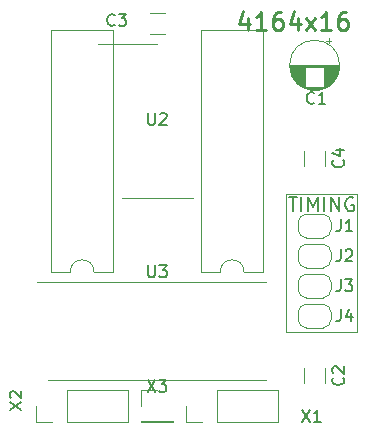
<source format=gbr>
G04 #@! TF.GenerationSoftware,KiCad,Pcbnew,(5.1.5)-3*
G04 #@! TF.CreationDate,2021-02-15T21:04:51-05:00*
G04 #@! TF.ProjectId,c128-sram,63313238-2d73-4726-916d-2e6b69636164,rev?*
G04 #@! TF.SameCoordinates,Original*
G04 #@! TF.FileFunction,Legend,Top*
G04 #@! TF.FilePolarity,Positive*
%FSLAX46Y46*%
G04 Gerber Fmt 4.6, Leading zero omitted, Abs format (unit mm)*
G04 Created by KiCad (PCBNEW (5.1.5)-3) date 2021-02-15 21:04:51*
%MOMM*%
%LPD*%
G04 APERTURE LIST*
%ADD10C,0.120000*%
%ADD11C,0.160000*%
%ADD12C,0.250000*%
%ADD13C,0.100000*%
%ADD14C,0.150000*%
G04 APERTURE END LIST*
D10*
X90551000Y-108077000D02*
X90551000Y-96393000D01*
X84582000Y-108077000D02*
X90551000Y-108077000D01*
X84582000Y-96393000D02*
X84582000Y-108077000D01*
X90551000Y-96393000D02*
X84582000Y-96393000D01*
D11*
X84801428Y-96624857D02*
X85487142Y-96624857D01*
X85144285Y-97824857D02*
X85144285Y-96624857D01*
X85887142Y-97824857D02*
X85887142Y-96624857D01*
X86458571Y-97824857D02*
X86458571Y-96624857D01*
X86858571Y-97482000D01*
X87258571Y-96624857D01*
X87258571Y-97824857D01*
X87830000Y-97824857D02*
X87830000Y-96624857D01*
X88401428Y-97824857D02*
X88401428Y-96624857D01*
X89087142Y-97824857D01*
X89087142Y-96624857D01*
X90287142Y-96682000D02*
X90172857Y-96624857D01*
X90001428Y-96624857D01*
X89830000Y-96682000D01*
X89715714Y-96796285D01*
X89658571Y-96910571D01*
X89601428Y-97139142D01*
X89601428Y-97310571D01*
X89658571Y-97539142D01*
X89715714Y-97653428D01*
X89830000Y-97767714D01*
X90001428Y-97824857D01*
X90115714Y-97824857D01*
X90287142Y-97767714D01*
X90344285Y-97710571D01*
X90344285Y-97310571D01*
X90115714Y-97310571D01*
D12*
X81324142Y-81466571D02*
X81324142Y-82466571D01*
X80967000Y-80895142D02*
X80609857Y-81966571D01*
X81538428Y-81966571D01*
X82895571Y-82466571D02*
X82038428Y-82466571D01*
X82467000Y-82466571D02*
X82467000Y-80966571D01*
X82324142Y-81180857D01*
X82181285Y-81323714D01*
X82038428Y-81395142D01*
X84181285Y-80966571D02*
X83895571Y-80966571D01*
X83752714Y-81038000D01*
X83681285Y-81109428D01*
X83538428Y-81323714D01*
X83467000Y-81609428D01*
X83467000Y-82180857D01*
X83538428Y-82323714D01*
X83609857Y-82395142D01*
X83752714Y-82466571D01*
X84038428Y-82466571D01*
X84181285Y-82395142D01*
X84252714Y-82323714D01*
X84324142Y-82180857D01*
X84324142Y-81823714D01*
X84252714Y-81680857D01*
X84181285Y-81609428D01*
X84038428Y-81538000D01*
X83752714Y-81538000D01*
X83609857Y-81609428D01*
X83538428Y-81680857D01*
X83467000Y-81823714D01*
X85609857Y-81466571D02*
X85609857Y-82466571D01*
X85252714Y-80895142D02*
X84895571Y-81966571D01*
X85824142Y-81966571D01*
X86252714Y-82466571D02*
X87038428Y-81466571D01*
X86252714Y-81466571D02*
X87038428Y-82466571D01*
X88395571Y-82466571D02*
X87538428Y-82466571D01*
X87967000Y-82466571D02*
X87967000Y-80966571D01*
X87824142Y-81180857D01*
X87681285Y-81323714D01*
X87538428Y-81395142D01*
X89681285Y-80966571D02*
X89395571Y-80966571D01*
X89252714Y-81038000D01*
X89181285Y-81109428D01*
X89038428Y-81323714D01*
X88967000Y-81609428D01*
X88967000Y-82180857D01*
X89038428Y-82323714D01*
X89109857Y-82395142D01*
X89252714Y-82466571D01*
X89538428Y-82466571D01*
X89681285Y-82395142D01*
X89752714Y-82323714D01*
X89824142Y-82180857D01*
X89824142Y-81823714D01*
X89752714Y-81680857D01*
X89681285Y-81609428D01*
X89538428Y-81538000D01*
X89252714Y-81538000D01*
X89109857Y-81609428D01*
X89038428Y-81680857D01*
X88967000Y-81823714D01*
D10*
X77359880Y-102931160D02*
X79009880Y-102931160D01*
X77359880Y-82491160D02*
X77359880Y-102931160D01*
X82659880Y-82491160D02*
X77359880Y-82491160D01*
X82659880Y-102931160D02*
X82659880Y-82491160D01*
X81009880Y-102931160D02*
X82659880Y-102931160D01*
X79009880Y-102931160D02*
G75*
G02X81009880Y-102931160I1000000J0D01*
G01*
X87915000Y-111111000D02*
X87915000Y-112369000D01*
X86075000Y-111111000D02*
X86075000Y-112369000D01*
X74309000Y-82835000D02*
X73051000Y-82835000D01*
X74309000Y-80995000D02*
X73051000Y-80995000D01*
X86075000Y-92696000D02*
X86075000Y-93954000D01*
X87915000Y-92696000D02*
X87915000Y-93954000D01*
X87695000Y-98060000D02*
G75*
G02X88395000Y-98760000I0J-700000D01*
G01*
X88395000Y-99360000D02*
G75*
G02X87695000Y-100060000I-700000J0D01*
G01*
X86295000Y-100060000D02*
G75*
G02X85595000Y-99360000I0J700000D01*
G01*
X85595000Y-98760000D02*
G75*
G02X86295000Y-98060000I700000J0D01*
G01*
X85595000Y-99360000D02*
X85595000Y-98760000D01*
X87695000Y-100060000D02*
X86295000Y-100060000D01*
X88395000Y-98760000D02*
X88395000Y-99360000D01*
X86295000Y-98060000D02*
X87695000Y-98060000D01*
X86295000Y-100600000D02*
X87695000Y-100600000D01*
X88395000Y-101300000D02*
X88395000Y-101900000D01*
X87695000Y-102600000D02*
X86295000Y-102600000D01*
X85595000Y-101900000D02*
X85595000Y-101300000D01*
X85595000Y-101300000D02*
G75*
G02X86295000Y-100600000I700000J0D01*
G01*
X86295000Y-102600000D02*
G75*
G02X85595000Y-101900000I0J700000D01*
G01*
X88395000Y-101900000D02*
G75*
G02X87695000Y-102600000I-700000J0D01*
G01*
X87695000Y-100600000D02*
G75*
G02X88395000Y-101300000I0J-700000D01*
G01*
X87695000Y-103140000D02*
G75*
G02X88395000Y-103840000I0J-700000D01*
G01*
X88395000Y-104440000D02*
G75*
G02X87695000Y-105140000I-700000J0D01*
G01*
X86295000Y-105140000D02*
G75*
G02X85595000Y-104440000I0J700000D01*
G01*
X85595000Y-103840000D02*
G75*
G02X86295000Y-103140000I700000J0D01*
G01*
X85595000Y-104440000D02*
X85595000Y-103840000D01*
X87695000Y-105140000D02*
X86295000Y-105140000D01*
X88395000Y-103840000D02*
X88395000Y-104440000D01*
X86295000Y-103140000D02*
X87695000Y-103140000D01*
X86295000Y-105680000D02*
X87695000Y-105680000D01*
X88395000Y-106380000D02*
X88395000Y-106980000D01*
X87695000Y-107680000D02*
X86295000Y-107680000D01*
X85595000Y-106980000D02*
X85595000Y-106380000D01*
X85595000Y-106380000D02*
G75*
G02X86295000Y-105680000I700000J0D01*
G01*
X86295000Y-107680000D02*
G75*
G02X85595000Y-106980000I0J700000D01*
G01*
X88395000Y-106980000D02*
G75*
G02X87695000Y-107680000I-700000J0D01*
G01*
X87695000Y-105680000D02*
G75*
G02X88395000Y-106380000I0J-700000D01*
G01*
X70660000Y-96700000D02*
X76660000Y-96700000D01*
X68660000Y-83640000D02*
X73660000Y-83640000D01*
X64460000Y-112070000D02*
X82860000Y-112070000D01*
D13*
X82860000Y-103830000D02*
X63460000Y-103830000D01*
D10*
X83880000Y-115630000D02*
X83880000Y-112970000D01*
X78740000Y-115630000D02*
X83880000Y-115630000D01*
X78740000Y-112970000D02*
X83880000Y-112970000D01*
X78740000Y-115630000D02*
X78740000Y-112970000D01*
X77470000Y-115630000D02*
X76140000Y-115630000D01*
X76140000Y-115630000D02*
X76140000Y-114300000D01*
X63440000Y-115630000D02*
X63440000Y-114300000D01*
X64770000Y-115630000D02*
X63440000Y-115630000D01*
X66040000Y-115630000D02*
X66040000Y-112970000D01*
X66040000Y-112970000D02*
X71180000Y-112970000D01*
X66040000Y-115630000D02*
X71180000Y-115630000D01*
X71180000Y-115630000D02*
X71180000Y-112970000D01*
X72330000Y-115630000D02*
X74990000Y-115630000D01*
X72330000Y-115570000D02*
X72330000Y-115630000D01*
X74990000Y-115570000D02*
X74990000Y-115630000D01*
X72330000Y-115570000D02*
X74990000Y-115570000D01*
X72330000Y-114300000D02*
X72330000Y-112970000D01*
X72330000Y-112970000D02*
X73660000Y-112970000D01*
X66309880Y-102931160D02*
G75*
G02X68309880Y-102931160I1000000J0D01*
G01*
X68309880Y-102931160D02*
X69959880Y-102931160D01*
X69959880Y-102931160D02*
X69959880Y-82491160D01*
X69959880Y-82491160D02*
X64659880Y-82491160D01*
X64659880Y-82491160D02*
X64659880Y-102931160D01*
X64659880Y-102931160D02*
X66309880Y-102931160D01*
X89115000Y-85455000D02*
G75*
G03X89115000Y-85455000I-2120000J0D01*
G01*
X89075000Y-85455000D02*
X84915000Y-85455000D01*
X89075000Y-85495000D02*
X84915000Y-85495000D01*
X89074000Y-85535000D02*
X84916000Y-85535000D01*
X89072000Y-85575000D02*
X84918000Y-85575000D01*
X89069000Y-85615000D02*
X84921000Y-85615000D01*
X89066000Y-85655000D02*
X87835000Y-85655000D01*
X86155000Y-85655000D02*
X84924000Y-85655000D01*
X89062000Y-85695000D02*
X87835000Y-85695000D01*
X86155000Y-85695000D02*
X84928000Y-85695000D01*
X89057000Y-85735000D02*
X87835000Y-85735000D01*
X86155000Y-85735000D02*
X84933000Y-85735000D01*
X89051000Y-85775000D02*
X87835000Y-85775000D01*
X86155000Y-85775000D02*
X84939000Y-85775000D01*
X89045000Y-85815000D02*
X87835000Y-85815000D01*
X86155000Y-85815000D02*
X84945000Y-85815000D01*
X89037000Y-85855000D02*
X87835000Y-85855000D01*
X86155000Y-85855000D02*
X84953000Y-85855000D01*
X89029000Y-85895000D02*
X87835000Y-85895000D01*
X86155000Y-85895000D02*
X84961000Y-85895000D01*
X89020000Y-85935000D02*
X87835000Y-85935000D01*
X86155000Y-85935000D02*
X84970000Y-85935000D01*
X89011000Y-85975000D02*
X87835000Y-85975000D01*
X86155000Y-85975000D02*
X84979000Y-85975000D01*
X89000000Y-86015000D02*
X87835000Y-86015000D01*
X86155000Y-86015000D02*
X84990000Y-86015000D01*
X88989000Y-86055000D02*
X87835000Y-86055000D01*
X86155000Y-86055000D02*
X85001000Y-86055000D01*
X88977000Y-86095000D02*
X87835000Y-86095000D01*
X86155000Y-86095000D02*
X85013000Y-86095000D01*
X88963000Y-86135000D02*
X87835000Y-86135000D01*
X86155000Y-86135000D02*
X85027000Y-86135000D01*
X88949000Y-86176000D02*
X87835000Y-86176000D01*
X86155000Y-86176000D02*
X85041000Y-86176000D01*
X88935000Y-86216000D02*
X87835000Y-86216000D01*
X86155000Y-86216000D02*
X85055000Y-86216000D01*
X88919000Y-86256000D02*
X87835000Y-86256000D01*
X86155000Y-86256000D02*
X85071000Y-86256000D01*
X88902000Y-86296000D02*
X87835000Y-86296000D01*
X86155000Y-86296000D02*
X85088000Y-86296000D01*
X88884000Y-86336000D02*
X87835000Y-86336000D01*
X86155000Y-86336000D02*
X85106000Y-86336000D01*
X88865000Y-86376000D02*
X87835000Y-86376000D01*
X86155000Y-86376000D02*
X85125000Y-86376000D01*
X88846000Y-86416000D02*
X87835000Y-86416000D01*
X86155000Y-86416000D02*
X85144000Y-86416000D01*
X88825000Y-86456000D02*
X87835000Y-86456000D01*
X86155000Y-86456000D02*
X85165000Y-86456000D01*
X88803000Y-86496000D02*
X87835000Y-86496000D01*
X86155000Y-86496000D02*
X85187000Y-86496000D01*
X88780000Y-86536000D02*
X87835000Y-86536000D01*
X86155000Y-86536000D02*
X85210000Y-86536000D01*
X88755000Y-86576000D02*
X87835000Y-86576000D01*
X86155000Y-86576000D02*
X85235000Y-86576000D01*
X88730000Y-86616000D02*
X87835000Y-86616000D01*
X86155000Y-86616000D02*
X85260000Y-86616000D01*
X88703000Y-86656000D02*
X87835000Y-86656000D01*
X86155000Y-86656000D02*
X85287000Y-86656000D01*
X88675000Y-86696000D02*
X87835000Y-86696000D01*
X86155000Y-86696000D02*
X85315000Y-86696000D01*
X88645000Y-86736000D02*
X87835000Y-86736000D01*
X86155000Y-86736000D02*
X85345000Y-86736000D01*
X88614000Y-86776000D02*
X87835000Y-86776000D01*
X86155000Y-86776000D02*
X85376000Y-86776000D01*
X88582000Y-86816000D02*
X87835000Y-86816000D01*
X86155000Y-86816000D02*
X85408000Y-86816000D01*
X88547000Y-86856000D02*
X87835000Y-86856000D01*
X86155000Y-86856000D02*
X85443000Y-86856000D01*
X88511000Y-86896000D02*
X87835000Y-86896000D01*
X86155000Y-86896000D02*
X85479000Y-86896000D01*
X88473000Y-86936000D02*
X87835000Y-86936000D01*
X86155000Y-86936000D02*
X85517000Y-86936000D01*
X88433000Y-86976000D02*
X87835000Y-86976000D01*
X86155000Y-86976000D02*
X85557000Y-86976000D01*
X88391000Y-87016000D02*
X87835000Y-87016000D01*
X86155000Y-87016000D02*
X85599000Y-87016000D01*
X88346000Y-87056000D02*
X87835000Y-87056000D01*
X86155000Y-87056000D02*
X85644000Y-87056000D01*
X88299000Y-87096000D02*
X87835000Y-87096000D01*
X86155000Y-87096000D02*
X85691000Y-87096000D01*
X88249000Y-87136000D02*
X87835000Y-87136000D01*
X86155000Y-87136000D02*
X85741000Y-87136000D01*
X88195000Y-87176000D02*
X87835000Y-87176000D01*
X86155000Y-87176000D02*
X85795000Y-87176000D01*
X88137000Y-87216000D02*
X87835000Y-87216000D01*
X86155000Y-87216000D02*
X85853000Y-87216000D01*
X88075000Y-87256000D02*
X87835000Y-87256000D01*
X86155000Y-87256000D02*
X85915000Y-87256000D01*
X88008000Y-87296000D02*
X85982000Y-87296000D01*
X87935000Y-87336000D02*
X86055000Y-87336000D01*
X87854000Y-87376000D02*
X86136000Y-87376000D01*
X87763000Y-87416000D02*
X86227000Y-87416000D01*
X87659000Y-87456000D02*
X86331000Y-87456000D01*
X87532000Y-87496000D02*
X86458000Y-87496000D01*
X87365000Y-87536000D02*
X86625000Y-87536000D01*
X88190000Y-83185199D02*
X88190000Y-83585199D01*
X88390000Y-83385199D02*
X87990000Y-83385199D01*
D14*
X89402142Y-111906666D02*
X89449761Y-111954285D01*
X89497380Y-112097142D01*
X89497380Y-112192380D01*
X89449761Y-112335238D01*
X89354523Y-112430476D01*
X89259285Y-112478095D01*
X89068809Y-112525714D01*
X88925952Y-112525714D01*
X88735476Y-112478095D01*
X88640238Y-112430476D01*
X88545000Y-112335238D01*
X88497380Y-112192380D01*
X88497380Y-112097142D01*
X88545000Y-111954285D01*
X88592619Y-111906666D01*
X88592619Y-111525714D02*
X88545000Y-111478095D01*
X88497380Y-111382857D01*
X88497380Y-111144761D01*
X88545000Y-111049523D01*
X88592619Y-111001904D01*
X88687857Y-110954285D01*
X88783095Y-110954285D01*
X88925952Y-111001904D01*
X89497380Y-111573333D01*
X89497380Y-110954285D01*
X70064333Y-82018142D02*
X70016714Y-82065761D01*
X69873857Y-82113380D01*
X69778619Y-82113380D01*
X69635761Y-82065761D01*
X69540523Y-81970523D01*
X69492904Y-81875285D01*
X69445285Y-81684809D01*
X69445285Y-81541952D01*
X69492904Y-81351476D01*
X69540523Y-81256238D01*
X69635761Y-81161000D01*
X69778619Y-81113380D01*
X69873857Y-81113380D01*
X70016714Y-81161000D01*
X70064333Y-81208619D01*
X70397666Y-81113380D02*
X71016714Y-81113380D01*
X70683380Y-81494333D01*
X70826238Y-81494333D01*
X70921476Y-81541952D01*
X70969095Y-81589571D01*
X71016714Y-81684809D01*
X71016714Y-81922904D01*
X70969095Y-82018142D01*
X70921476Y-82065761D01*
X70826238Y-82113380D01*
X70540523Y-82113380D01*
X70445285Y-82065761D01*
X70397666Y-82018142D01*
X89402142Y-93491666D02*
X89449761Y-93539285D01*
X89497380Y-93682142D01*
X89497380Y-93777380D01*
X89449761Y-93920238D01*
X89354523Y-94015476D01*
X89259285Y-94063095D01*
X89068809Y-94110714D01*
X88925952Y-94110714D01*
X88735476Y-94063095D01*
X88640238Y-94015476D01*
X88545000Y-93920238D01*
X88497380Y-93777380D01*
X88497380Y-93682142D01*
X88545000Y-93539285D01*
X88592619Y-93491666D01*
X88830714Y-92634523D02*
X89497380Y-92634523D01*
X88449761Y-92872619D02*
X89164047Y-93110714D01*
X89164047Y-92491666D01*
X89201666Y-98512380D02*
X89201666Y-99226666D01*
X89154047Y-99369523D01*
X89058809Y-99464761D01*
X88915952Y-99512380D01*
X88820714Y-99512380D01*
X90201666Y-99512380D02*
X89630238Y-99512380D01*
X89915952Y-99512380D02*
X89915952Y-98512380D01*
X89820714Y-98655238D01*
X89725476Y-98750476D01*
X89630238Y-98798095D01*
X89201666Y-101052380D02*
X89201666Y-101766666D01*
X89154047Y-101909523D01*
X89058809Y-102004761D01*
X88915952Y-102052380D01*
X88820714Y-102052380D01*
X89630238Y-101147619D02*
X89677857Y-101100000D01*
X89773095Y-101052380D01*
X90011190Y-101052380D01*
X90106428Y-101100000D01*
X90154047Y-101147619D01*
X90201666Y-101242857D01*
X90201666Y-101338095D01*
X90154047Y-101480952D01*
X89582619Y-102052380D01*
X90201666Y-102052380D01*
X89201666Y-103592380D02*
X89201666Y-104306666D01*
X89154047Y-104449523D01*
X89058809Y-104544761D01*
X88915952Y-104592380D01*
X88820714Y-104592380D01*
X89582619Y-103592380D02*
X90201666Y-103592380D01*
X89868333Y-103973333D01*
X90011190Y-103973333D01*
X90106428Y-104020952D01*
X90154047Y-104068571D01*
X90201666Y-104163809D01*
X90201666Y-104401904D01*
X90154047Y-104497142D01*
X90106428Y-104544761D01*
X90011190Y-104592380D01*
X89725476Y-104592380D01*
X89630238Y-104544761D01*
X89582619Y-104497142D01*
X89201666Y-106132380D02*
X89201666Y-106846666D01*
X89154047Y-106989523D01*
X89058809Y-107084761D01*
X88915952Y-107132380D01*
X88820714Y-107132380D01*
X90106428Y-106465714D02*
X90106428Y-107132380D01*
X89868333Y-106084761D02*
X89630238Y-106799047D01*
X90249285Y-106799047D01*
X72898095Y-89495380D02*
X72898095Y-90304904D01*
X72945714Y-90400142D01*
X72993333Y-90447761D01*
X73088571Y-90495380D01*
X73279047Y-90495380D01*
X73374285Y-90447761D01*
X73421904Y-90400142D01*
X73469523Y-90304904D01*
X73469523Y-89495380D01*
X73898095Y-89590619D02*
X73945714Y-89543000D01*
X74040952Y-89495380D01*
X74279047Y-89495380D01*
X74374285Y-89543000D01*
X74421904Y-89590619D01*
X74469523Y-89685857D01*
X74469523Y-89781095D01*
X74421904Y-89923952D01*
X73850476Y-90495380D01*
X74469523Y-90495380D01*
X72898095Y-102402380D02*
X72898095Y-103211904D01*
X72945714Y-103307142D01*
X72993333Y-103354761D01*
X73088571Y-103402380D01*
X73279047Y-103402380D01*
X73374285Y-103354761D01*
X73421904Y-103307142D01*
X73469523Y-103211904D01*
X73469523Y-102402380D01*
X73850476Y-102402380D02*
X74469523Y-102402380D01*
X74136190Y-102783333D01*
X74279047Y-102783333D01*
X74374285Y-102830952D01*
X74421904Y-102878571D01*
X74469523Y-102973809D01*
X74469523Y-103211904D01*
X74421904Y-103307142D01*
X74374285Y-103354761D01*
X74279047Y-103402380D01*
X73993333Y-103402380D01*
X73898095Y-103354761D01*
X73850476Y-103307142D01*
X85931476Y-114641380D02*
X86598142Y-115641380D01*
X86598142Y-114641380D02*
X85931476Y-115641380D01*
X87502904Y-115641380D02*
X86931476Y-115641380D01*
X87217190Y-115641380D02*
X87217190Y-114641380D01*
X87121952Y-114784238D01*
X87026714Y-114879476D01*
X86931476Y-114927095D01*
X61174380Y-114601523D02*
X62174380Y-113934857D01*
X61174380Y-113934857D02*
X62174380Y-114601523D01*
X61269619Y-113601523D02*
X61222000Y-113553904D01*
X61174380Y-113458666D01*
X61174380Y-113220571D01*
X61222000Y-113125333D01*
X61269619Y-113077714D01*
X61364857Y-113030095D01*
X61460095Y-113030095D01*
X61602952Y-113077714D01*
X62174380Y-113649142D01*
X62174380Y-113030095D01*
X72850476Y-112101380D02*
X73517142Y-113101380D01*
X73517142Y-112101380D02*
X72850476Y-113101380D01*
X73802857Y-112101380D02*
X74421904Y-112101380D01*
X74088571Y-112482333D01*
X74231428Y-112482333D01*
X74326666Y-112529952D01*
X74374285Y-112577571D01*
X74421904Y-112672809D01*
X74421904Y-112910904D01*
X74374285Y-113006142D01*
X74326666Y-113053761D01*
X74231428Y-113101380D01*
X73945714Y-113101380D01*
X73850476Y-113053761D01*
X73802857Y-113006142D01*
X86955333Y-88622142D02*
X86907714Y-88669761D01*
X86764857Y-88717380D01*
X86669619Y-88717380D01*
X86526761Y-88669761D01*
X86431523Y-88574523D01*
X86383904Y-88479285D01*
X86336285Y-88288809D01*
X86336285Y-88145952D01*
X86383904Y-87955476D01*
X86431523Y-87860238D01*
X86526761Y-87765000D01*
X86669619Y-87717380D01*
X86764857Y-87717380D01*
X86907714Y-87765000D01*
X86955333Y-87812619D01*
X87907714Y-88717380D02*
X87336285Y-88717380D01*
X87622000Y-88717380D02*
X87622000Y-87717380D01*
X87526761Y-87860238D01*
X87431523Y-87955476D01*
X87336285Y-88003095D01*
M02*

</source>
